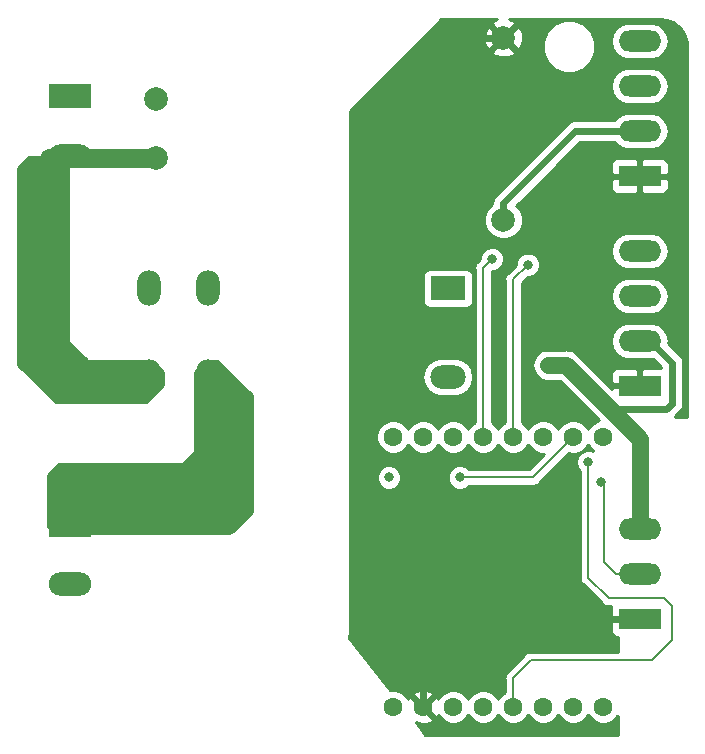
<source format=gbl>
G04 #@! TF.GenerationSoftware,KiCad,Pcbnew,(5.0.0-rc2-dev-158-g52ab6216c)*
G04 #@! TF.CreationDate,2018-04-10T03:25:42+02:00*
G04 #@! TF.ProjectId,power_monitor,706F7765725F6D6F6E69746F722E6B69,rev?*
G04 #@! TF.SameCoordinates,Original*
G04 #@! TF.FileFunction,Copper,L2,Bot,Signal*
G04 #@! TF.FilePolarity,Positive*
%FSLAX46Y46*%
G04 Gerber Fmt 4.6, Leading zero omitted, Abs format (unit mm)*
G04 Created by KiCad (PCBNEW (5.0.0-rc2-dev-158-g52ab6216c)) date 04/10/18 03:25:42*
%MOMM*%
%LPD*%
G01*
G04 APERTURE LIST*
%ADD10C,2.000000*%
%ADD11R,3.000000X2.000000*%
%ADD12O,3.000000X2.000000*%
%ADD13O,2.000000X3.000000*%
%ADD14C,1.600000*%
%ADD15R,3.600000X1.800000*%
%ADD16O,3.600000X1.800000*%
%ADD17R,3.600000X2.000000*%
%ADD18O,3.600000X2.000000*%
%ADD19C,0.800000*%
%ADD20C,1.400000*%
%ADD21C,0.600000*%
%ADD22C,0.200000*%
%ADD23C,1.600000*%
%ADD24C,0.254000*%
G04 APERTURE END LIST*
D10*
X56300000Y-43500000D03*
X56300000Y-48500000D03*
X85700000Y-38300000D03*
X85700000Y-53700000D03*
D11*
X81000000Y-59500000D03*
D12*
X81000000Y-67000000D03*
D13*
X60700000Y-59500000D03*
X55660000Y-67000000D03*
X60700000Y-67000000D03*
X55660000Y-59500000D03*
D14*
X94140000Y-94930000D03*
X91600000Y-94930000D03*
X89060000Y-94930000D03*
X86520000Y-94930000D03*
X83980000Y-94930000D03*
X81440000Y-94930000D03*
X78900000Y-94930000D03*
X76360000Y-94930000D03*
X76360000Y-72070000D03*
X78900000Y-72070000D03*
X81440000Y-72070000D03*
X83980000Y-72070000D03*
X86520000Y-72070000D03*
X89060000Y-72070000D03*
X91600000Y-72070000D03*
X94140000Y-72070000D03*
D15*
X97250000Y-67750000D03*
D16*
X97250000Y-63940000D03*
X97250000Y-60130000D03*
X97250000Y-56320000D03*
X97250000Y-38570000D03*
X97250000Y-42380000D03*
X97250000Y-46190000D03*
D15*
X97250000Y-50000000D03*
X97250000Y-87500000D03*
D16*
X97250000Y-83690000D03*
X97250000Y-79880000D03*
D17*
X49000000Y-43250000D03*
D18*
X49000000Y-48250000D03*
X49000000Y-84500000D03*
D17*
X49000000Y-79500000D03*
D19*
X89500000Y-66000000D03*
X74750000Y-82500000D03*
X78250000Y-77000000D03*
X94250000Y-55500000D03*
X79000000Y-92500000D03*
X82750000Y-92500000D03*
X82000000Y-75500000D03*
X92900000Y-74200000D03*
X84750000Y-57000000D03*
X87750000Y-57500000D03*
X94000000Y-75900000D03*
X76000000Y-75500000D03*
D20*
X89500000Y-66000000D02*
X91000000Y-66000000D01*
X91000000Y-66000000D02*
X91400000Y-66400000D01*
X91400000Y-66400000D02*
X97250000Y-72250000D01*
X97250000Y-72250000D02*
X97250000Y-79880000D01*
D21*
X94750000Y-69750000D02*
X91400000Y-66400000D01*
X85700000Y-53700000D02*
X85700000Y-52285787D01*
X85700000Y-52285787D02*
X91795787Y-46190000D01*
X91795787Y-46190000D02*
X94850000Y-46190000D01*
X94850000Y-46190000D02*
X97250000Y-46190000D01*
X93000000Y-68000000D02*
X94750000Y-69750000D01*
X100000000Y-69250000D02*
X100000000Y-65790000D01*
X100000000Y-65790000D02*
X98150000Y-63940000D01*
X98150000Y-63940000D02*
X97250000Y-63940000D01*
X99500000Y-69750000D02*
X100000000Y-69250000D01*
X94750000Y-69750000D02*
X99500000Y-69750000D01*
X73750000Y-77000000D02*
X73750000Y-64750000D01*
X73750000Y-82500000D02*
X73750000Y-84750000D01*
X73750000Y-77000000D02*
X73750000Y-82500000D01*
X74750000Y-82500000D02*
X73750000Y-82500000D01*
X73750000Y-84750000D02*
X75500000Y-86500000D01*
D22*
X78250000Y-77000000D02*
X73750000Y-77000000D01*
D21*
X78900000Y-89900000D02*
X75500000Y-86500000D01*
X97250000Y-87500000D02*
X76500000Y-87500000D01*
X76500000Y-87500000D02*
X75500000Y-86500000D01*
X97250000Y-87500000D02*
X91000000Y-87500000D01*
X73750000Y-55750000D02*
X73750000Y-64750000D01*
X73750000Y-50700000D02*
X73750000Y-55750000D01*
X94250000Y-55500000D02*
X74000000Y-55500000D01*
X74000000Y-55500000D02*
X73750000Y-55750000D01*
X73750000Y-46500000D02*
X73750000Y-50700000D01*
X85700000Y-38300000D02*
X81950000Y-38300000D01*
X81950000Y-38300000D02*
X73750000Y-46500000D01*
X78900000Y-94930000D02*
X78900000Y-89900000D01*
D23*
X49750000Y-67000000D02*
X47250000Y-64500000D01*
X47250000Y-64500000D02*
X47250000Y-61190000D01*
X55660000Y-67000000D02*
X49750000Y-67000000D01*
X47250000Y-48500000D02*
X47250000Y-61190000D01*
X49500000Y-48500000D02*
X56300000Y-48500000D01*
X47250000Y-48500000D02*
X49500000Y-48500000D01*
X55660000Y-67000000D02*
X53060000Y-67000000D01*
X62400000Y-79500000D02*
X63300000Y-78600000D01*
X62000000Y-79500000D02*
X62400000Y-79500000D01*
X48000000Y-79500000D02*
X62000000Y-79500000D01*
D22*
X88170000Y-75500000D02*
X82000000Y-75500000D01*
X91600000Y-72070000D02*
X88170000Y-75500000D01*
X100000000Y-89250000D02*
X98250000Y-91000000D01*
X100000000Y-86400000D02*
X100000000Y-89250000D01*
X99300000Y-85700000D02*
X100000000Y-86400000D01*
X94600000Y-85700000D02*
X99300000Y-85700000D01*
X92900000Y-84000000D02*
X94600000Y-85700000D01*
X92900000Y-74200000D02*
X92900000Y-84000000D01*
X88000000Y-91000000D02*
X86520000Y-92480000D01*
X98250000Y-91000000D02*
X88000000Y-91000000D01*
X86520000Y-92480000D02*
X86520000Y-94930000D01*
X83980000Y-61000000D02*
X83980000Y-60770000D01*
X83980000Y-72070000D02*
X83980000Y-61000000D01*
X83980000Y-61000000D02*
X83980000Y-57770000D01*
X83980000Y-57770000D02*
X84750000Y-57000000D01*
X86520000Y-58730000D02*
X87750000Y-57500000D01*
X86520000Y-59730000D02*
X86520000Y-58730000D01*
X86520000Y-72070000D02*
X86520000Y-59730000D01*
X94200000Y-82640000D02*
X94200000Y-76100000D01*
X94200000Y-76100000D02*
X94000000Y-75900000D01*
X97250000Y-83690000D02*
X95250000Y-83690000D01*
X95250000Y-83690000D02*
X94200000Y-82640000D01*
D24*
G36*
X64373000Y-68552606D02*
X64373000Y-78447394D01*
X62887676Y-79932718D01*
X62622058Y-79822696D01*
X62239375Y-79746576D01*
X62239371Y-79746576D01*
X62120847Y-79723000D01*
X47127000Y-79723000D01*
X47127000Y-75302606D01*
X48052606Y-74377000D01*
X58500000Y-74377000D01*
X58548601Y-74367333D01*
X58589803Y-74339803D01*
X59589803Y-73339803D01*
X59617333Y-73298601D01*
X59627000Y-73250000D01*
X59627000Y-66552606D01*
X60552606Y-65627000D01*
X61447394Y-65627000D01*
X64373000Y-68552606D01*
X64373000Y-68552606D01*
G37*
X64373000Y-68552606D02*
X64373000Y-78447394D01*
X62887676Y-79932718D01*
X62622058Y-79822696D01*
X62239375Y-79746576D01*
X62239371Y-79746576D01*
X62120847Y-79723000D01*
X47127000Y-79723000D01*
X47127000Y-75302606D01*
X48052606Y-74377000D01*
X58500000Y-74377000D01*
X58548601Y-74367333D01*
X58589803Y-74339803D01*
X59589803Y-73339803D01*
X59617333Y-73298601D01*
X59627000Y-73250000D01*
X59627000Y-66552606D01*
X60552606Y-65627000D01*
X61447394Y-65627000D01*
X64373000Y-68552606D01*
G36*
X48873000Y-64000000D02*
X48882667Y-64048601D01*
X48910197Y-64089803D01*
X50410197Y-65589803D01*
X50451399Y-65617333D01*
X50500000Y-65627000D01*
X55947394Y-65627000D01*
X56873000Y-66552606D01*
X56873000Y-67697394D01*
X55447394Y-69123000D01*
X47802606Y-69123000D01*
X44627000Y-65947394D01*
X44627000Y-49302606D01*
X45552606Y-48377000D01*
X48873000Y-48377000D01*
X48873000Y-64000000D01*
X48873000Y-64000000D01*
G37*
X48873000Y-64000000D02*
X48882667Y-64048601D01*
X48910197Y-64089803D01*
X50410197Y-65589803D01*
X50451399Y-65617333D01*
X50500000Y-65627000D01*
X55947394Y-65627000D01*
X56873000Y-66552606D01*
X56873000Y-67697394D01*
X55447394Y-69123000D01*
X47802606Y-69123000D01*
X44627000Y-65947394D01*
X44627000Y-49302606D01*
X45552606Y-48377000D01*
X48873000Y-48377000D01*
X48873000Y-64000000D01*
G36*
X84825736Y-36880613D02*
X84727073Y-37147468D01*
X85700000Y-38120395D01*
X86672927Y-37147468D01*
X86574264Y-36880613D01*
X86160785Y-36727000D01*
X98957762Y-36727000D01*
X99521772Y-36792757D01*
X100015548Y-36971989D01*
X100454856Y-37260012D01*
X100816118Y-37641368D01*
X101079961Y-38095606D01*
X101235115Y-38607886D01*
X101273000Y-39032379D01*
X101273001Y-70373000D01*
X100198618Y-70373000D01*
X100220051Y-70340924D01*
X100590925Y-69970050D01*
X100668330Y-69918330D01*
X100873215Y-69611697D01*
X100927000Y-69341302D01*
X100927000Y-69341301D01*
X100945161Y-69250000D01*
X100927000Y-69158699D01*
X100927000Y-65881300D01*
X100945161Y-65789999D01*
X100923271Y-65679952D01*
X100873215Y-65428303D01*
X100668330Y-65121670D01*
X100590927Y-65069951D01*
X99666111Y-64145136D01*
X99706915Y-63940000D01*
X99588402Y-63344194D01*
X99250905Y-62839095D01*
X98745806Y-62501598D01*
X98300393Y-62413000D01*
X96199607Y-62413000D01*
X95754194Y-62501598D01*
X95249095Y-62839095D01*
X94911598Y-63344194D01*
X94793085Y-63940000D01*
X94911598Y-64535806D01*
X95249095Y-65040905D01*
X95754194Y-65378402D01*
X96199607Y-65467000D01*
X98300393Y-65467000D01*
X98355136Y-65456111D01*
X99073001Y-66173977D01*
X99073001Y-66215000D01*
X97535750Y-66215000D01*
X97377000Y-66373750D01*
X97377000Y-67623000D01*
X97397000Y-67623000D01*
X97397000Y-67877000D01*
X97377000Y-67877000D01*
X97377000Y-67897000D01*
X97123000Y-67897000D01*
X97123000Y-67877000D01*
X94973750Y-67877000D01*
X94863705Y-67987045D01*
X93600351Y-66723691D01*
X94815000Y-66723691D01*
X94815000Y-67464250D01*
X94973750Y-67623000D01*
X97123000Y-67623000D01*
X97123000Y-66373750D01*
X96964250Y-66215000D01*
X95323690Y-66215000D01*
X95090301Y-66311673D01*
X94911673Y-66490302D01*
X94815000Y-66723691D01*
X93600351Y-66723691D01*
X92030748Y-65154088D01*
X91956713Y-65043287D01*
X91517770Y-64749994D01*
X91130696Y-64673000D01*
X91130692Y-64673000D01*
X91000000Y-64647004D01*
X90869308Y-64673000D01*
X89369304Y-64673000D01*
X88982230Y-64749994D01*
X88543287Y-65043287D01*
X88249994Y-65482230D01*
X88147003Y-66000000D01*
X88249994Y-66517770D01*
X88543287Y-66956713D01*
X88982230Y-67250006D01*
X89369304Y-67327000D01*
X90450340Y-67327000D01*
X93792645Y-70669305D01*
X93331669Y-70860247D01*
X92930247Y-71261669D01*
X92870000Y-71407119D01*
X92809753Y-71261669D01*
X92408331Y-70860247D01*
X91883848Y-70643000D01*
X91316152Y-70643000D01*
X90791669Y-70860247D01*
X90390247Y-71261669D01*
X90330000Y-71407119D01*
X90269753Y-71261669D01*
X89868331Y-70860247D01*
X89343848Y-70643000D01*
X88776152Y-70643000D01*
X88251669Y-70860247D01*
X87850247Y-71261669D01*
X87790000Y-71407119D01*
X87729753Y-71261669D01*
X87328331Y-70860247D01*
X87247000Y-70826559D01*
X87247000Y-60130000D01*
X94793085Y-60130000D01*
X94911598Y-60725806D01*
X95249095Y-61230905D01*
X95754194Y-61568402D01*
X96199607Y-61657000D01*
X98300393Y-61657000D01*
X98745806Y-61568402D01*
X99250905Y-61230905D01*
X99588402Y-60725806D01*
X99706915Y-60130000D01*
X99588402Y-59534194D01*
X99250905Y-59029095D01*
X98745806Y-58691598D01*
X98300393Y-58603000D01*
X96199607Y-58603000D01*
X95754194Y-58691598D01*
X95249095Y-59029095D01*
X94911598Y-59534194D01*
X94793085Y-60130000D01*
X87247000Y-60130000D01*
X87247000Y-59031132D01*
X87751133Y-58527000D01*
X87954283Y-58527000D01*
X88331749Y-58370648D01*
X88620648Y-58081749D01*
X88777000Y-57704283D01*
X88777000Y-57295717D01*
X88620648Y-56918251D01*
X88331749Y-56629352D01*
X87954283Y-56473000D01*
X87545717Y-56473000D01*
X87168251Y-56629352D01*
X86879352Y-56918251D01*
X86723000Y-57295717D01*
X86723000Y-57498867D01*
X86056562Y-58165306D01*
X85995864Y-58205863D01*
X85955307Y-58266561D01*
X85955306Y-58266562D01*
X85835182Y-58446340D01*
X85778759Y-58730000D01*
X85793001Y-58801599D01*
X85793000Y-59801598D01*
X85793001Y-59801603D01*
X85793000Y-70826559D01*
X85711669Y-70860247D01*
X85310247Y-71261669D01*
X85250000Y-71407119D01*
X85189753Y-71261669D01*
X84788331Y-70860247D01*
X84707000Y-70826559D01*
X84707000Y-58071132D01*
X84751132Y-58027000D01*
X84954283Y-58027000D01*
X85331749Y-57870648D01*
X85620648Y-57581749D01*
X85777000Y-57204283D01*
X85777000Y-56795717D01*
X85620648Y-56418251D01*
X85522397Y-56320000D01*
X94793085Y-56320000D01*
X94911598Y-56915806D01*
X95249095Y-57420905D01*
X95754194Y-57758402D01*
X96199607Y-57847000D01*
X98300393Y-57847000D01*
X98745806Y-57758402D01*
X99250905Y-57420905D01*
X99588402Y-56915806D01*
X99706915Y-56320000D01*
X99588402Y-55724194D01*
X99250905Y-55219095D01*
X98745806Y-54881598D01*
X98300393Y-54793000D01*
X96199607Y-54793000D01*
X95754194Y-54881598D01*
X95249095Y-55219095D01*
X94911598Y-55724194D01*
X94793085Y-56320000D01*
X85522397Y-56320000D01*
X85331749Y-56129352D01*
X84954283Y-55973000D01*
X84545717Y-55973000D01*
X84168251Y-56129352D01*
X83879352Y-56418251D01*
X83723000Y-56795717D01*
X83723000Y-56998868D01*
X83516562Y-57205306D01*
X83455864Y-57245863D01*
X83415307Y-57306561D01*
X83415306Y-57306562D01*
X83295182Y-57486340D01*
X83238759Y-57770000D01*
X83253001Y-57841600D01*
X83253000Y-61071598D01*
X83253001Y-61071603D01*
X83253000Y-70826559D01*
X83171669Y-70860247D01*
X82770247Y-71261669D01*
X82710000Y-71407119D01*
X82649753Y-71261669D01*
X82248331Y-70860247D01*
X81723848Y-70643000D01*
X81156152Y-70643000D01*
X80631669Y-70860247D01*
X80230247Y-71261669D01*
X80170000Y-71407119D01*
X80109753Y-71261669D01*
X79708331Y-70860247D01*
X79183848Y-70643000D01*
X78616152Y-70643000D01*
X78091669Y-70860247D01*
X77690247Y-71261669D01*
X77630000Y-71407119D01*
X77569753Y-71261669D01*
X77168331Y-70860247D01*
X76643848Y-70643000D01*
X76076152Y-70643000D01*
X75551669Y-70860247D01*
X75150247Y-71261669D01*
X74933000Y-71786152D01*
X74933000Y-72353848D01*
X75150247Y-72878331D01*
X75551669Y-73279753D01*
X76076152Y-73497000D01*
X76643848Y-73497000D01*
X77168331Y-73279753D01*
X77569753Y-72878331D01*
X77630000Y-72732881D01*
X77690247Y-72878331D01*
X78091669Y-73279753D01*
X78616152Y-73497000D01*
X79183848Y-73497000D01*
X79708331Y-73279753D01*
X80109753Y-72878331D01*
X80170000Y-72732881D01*
X80230247Y-72878331D01*
X80631669Y-73279753D01*
X81156152Y-73497000D01*
X81723848Y-73497000D01*
X82248331Y-73279753D01*
X82649753Y-72878331D01*
X82710000Y-72732881D01*
X82770247Y-72878331D01*
X83171669Y-73279753D01*
X83696152Y-73497000D01*
X84263848Y-73497000D01*
X84788331Y-73279753D01*
X85189753Y-72878331D01*
X85250000Y-72732881D01*
X85310247Y-72878331D01*
X85711669Y-73279753D01*
X86236152Y-73497000D01*
X86803848Y-73497000D01*
X87328331Y-73279753D01*
X87729753Y-72878331D01*
X87790000Y-72732881D01*
X87850247Y-72878331D01*
X88251669Y-73279753D01*
X88776152Y-73497000D01*
X89144867Y-73497000D01*
X87868868Y-74773000D01*
X82725397Y-74773000D01*
X82581749Y-74629352D01*
X82204283Y-74473000D01*
X81795717Y-74473000D01*
X81418251Y-74629352D01*
X81129352Y-74918251D01*
X80973000Y-75295717D01*
X80973000Y-75704283D01*
X81129352Y-76081749D01*
X81418251Y-76370648D01*
X81795717Y-76527000D01*
X82204283Y-76527000D01*
X82581749Y-76370648D01*
X82725397Y-76227000D01*
X88098405Y-76227000D01*
X88170000Y-76241241D01*
X88241595Y-76227000D01*
X88241599Y-76227000D01*
X88453661Y-76184818D01*
X88694137Y-76024137D01*
X88734696Y-75963436D01*
X91234822Y-73463312D01*
X91316152Y-73497000D01*
X91883848Y-73497000D01*
X92408331Y-73279753D01*
X92809753Y-72878331D01*
X92870000Y-72732881D01*
X92930247Y-72878331D01*
X93310217Y-73258301D01*
X93104283Y-73173000D01*
X92695717Y-73173000D01*
X92318251Y-73329352D01*
X92029352Y-73618251D01*
X91873000Y-73995717D01*
X91873000Y-74404283D01*
X92029352Y-74781749D01*
X92173000Y-74925397D01*
X92173001Y-83928400D01*
X92158759Y-84000000D01*
X92215182Y-84283660D01*
X92276092Y-84374818D01*
X92375864Y-84524137D01*
X92436562Y-84564694D01*
X94035306Y-86163438D01*
X94075863Y-86224137D01*
X94316339Y-86384818D01*
X94528401Y-86427000D01*
X94528404Y-86427000D01*
X94599999Y-86441241D01*
X94671594Y-86427000D01*
X94834340Y-86427000D01*
X94815000Y-86473691D01*
X94815000Y-87214250D01*
X94973750Y-87373000D01*
X95373000Y-87373000D01*
X95373000Y-87627000D01*
X94973750Y-87627000D01*
X94815000Y-87785750D01*
X94815000Y-88526309D01*
X94911673Y-88759698D01*
X95090301Y-88938327D01*
X95323690Y-89035000D01*
X95373000Y-89035000D01*
X95373000Y-90273000D01*
X88071594Y-90273000D01*
X87999999Y-90258759D01*
X87928404Y-90273000D01*
X87928401Y-90273000D01*
X87716339Y-90315182D01*
X87475863Y-90475863D01*
X87435305Y-90536562D01*
X86056562Y-91915306D01*
X85995863Y-91955864D01*
X85835182Y-92196340D01*
X85793000Y-92408402D01*
X85793000Y-92408405D01*
X85778759Y-92480000D01*
X85793000Y-92551595D01*
X85793000Y-93686559D01*
X85711669Y-93720247D01*
X85310247Y-94121669D01*
X85250000Y-94267119D01*
X85189753Y-94121669D01*
X84788331Y-93720247D01*
X84263848Y-93503000D01*
X83696152Y-93503000D01*
X83171669Y-93720247D01*
X82770247Y-94121669D01*
X82710000Y-94267119D01*
X82649753Y-94121669D01*
X82248331Y-93720247D01*
X81723848Y-93503000D01*
X81156152Y-93503000D01*
X80631669Y-93720247D01*
X80230247Y-94121669D01*
X80180804Y-94241035D01*
X80153864Y-94175995D01*
X79907745Y-94101861D01*
X79079605Y-94930000D01*
X79907745Y-95758139D01*
X80153864Y-95684005D01*
X80178897Y-95614361D01*
X80230247Y-95738331D01*
X80631669Y-96139753D01*
X81156152Y-96357000D01*
X81723848Y-96357000D01*
X82248331Y-96139753D01*
X82649753Y-95738331D01*
X82710000Y-95592881D01*
X82770247Y-95738331D01*
X83171669Y-96139753D01*
X83696152Y-96357000D01*
X84263848Y-96357000D01*
X84788331Y-96139753D01*
X85189753Y-95738331D01*
X85250000Y-95592881D01*
X85310247Y-95738331D01*
X85711669Y-96139753D01*
X86236152Y-96357000D01*
X86803848Y-96357000D01*
X87328331Y-96139753D01*
X87729753Y-95738331D01*
X87790000Y-95592881D01*
X87850247Y-95738331D01*
X88251669Y-96139753D01*
X88776152Y-96357000D01*
X89343848Y-96357000D01*
X89868331Y-96139753D01*
X90269753Y-95738331D01*
X90330000Y-95592881D01*
X90390247Y-95738331D01*
X90791669Y-96139753D01*
X91316152Y-96357000D01*
X91883848Y-96357000D01*
X92408331Y-96139753D01*
X92809753Y-95738331D01*
X92870000Y-95592881D01*
X92930247Y-95738331D01*
X93331669Y-96139753D01*
X93856152Y-96357000D01*
X94423848Y-96357000D01*
X94948331Y-96139753D01*
X95349753Y-95738331D01*
X95373000Y-95682208D01*
X95373000Y-97273000D01*
X79087860Y-97273000D01*
X78260512Y-96225026D01*
X78683223Y-96376965D01*
X79253454Y-96349778D01*
X79654005Y-96183864D01*
X79728139Y-95937745D01*
X78900000Y-95109605D01*
X78885858Y-95123748D01*
X78706252Y-94944142D01*
X78720395Y-94930000D01*
X77892255Y-94101861D01*
X77646136Y-94175995D01*
X77621103Y-94245639D01*
X77569753Y-94121669D01*
X77370339Y-93922255D01*
X78071861Y-93922255D01*
X78900000Y-94750395D01*
X79728139Y-93922255D01*
X79654005Y-93676136D01*
X79116777Y-93483035D01*
X78546546Y-93510222D01*
X78145995Y-93676136D01*
X78071861Y-93922255D01*
X77370339Y-93922255D01*
X77168331Y-93720247D01*
X76643848Y-93503000D01*
X76111544Y-93503000D01*
X72615915Y-89075202D01*
X72636911Y-89024513D01*
X72713031Y-88641830D01*
X72713031Y-88641825D01*
X72727000Y-88571599D01*
X72727000Y-75295717D01*
X74973000Y-75295717D01*
X74973000Y-75704283D01*
X75129352Y-76081749D01*
X75418251Y-76370648D01*
X75795717Y-76527000D01*
X76204283Y-76527000D01*
X76581749Y-76370648D01*
X76870648Y-76081749D01*
X77027000Y-75704283D01*
X77027000Y-75295717D01*
X76870648Y-74918251D01*
X76581749Y-74629352D01*
X76204283Y-74473000D01*
X75795717Y-74473000D01*
X75418251Y-74629352D01*
X75129352Y-74918251D01*
X74973000Y-75295717D01*
X72727000Y-75295717D01*
X72727000Y-67000000D01*
X78841126Y-67000000D01*
X78967400Y-67634824D01*
X79326999Y-68173001D01*
X79865176Y-68532600D01*
X80339758Y-68627000D01*
X81660242Y-68627000D01*
X82134824Y-68532600D01*
X82673001Y-68173001D01*
X83032600Y-67634824D01*
X83158874Y-67000000D01*
X83032600Y-66365176D01*
X82673001Y-65826999D01*
X82134824Y-65467400D01*
X81660242Y-65373000D01*
X80339758Y-65373000D01*
X79865176Y-65467400D01*
X79326999Y-65826999D01*
X78967400Y-66365176D01*
X78841126Y-67000000D01*
X72727000Y-67000000D01*
X72727000Y-58500000D01*
X78860717Y-58500000D01*
X78860717Y-60500000D01*
X78909380Y-60744643D01*
X79047959Y-60952041D01*
X79255357Y-61090620D01*
X79500000Y-61139283D01*
X82500000Y-61139283D01*
X82744643Y-61090620D01*
X82952041Y-60952041D01*
X83090620Y-60744643D01*
X83139283Y-60500000D01*
X83139283Y-58500000D01*
X83090620Y-58255357D01*
X82952041Y-58047959D01*
X82744643Y-57909380D01*
X82500000Y-57860717D01*
X79500000Y-57860717D01*
X79255357Y-57909380D01*
X79047959Y-58047959D01*
X78909380Y-58255357D01*
X78860717Y-58500000D01*
X72727000Y-58500000D01*
X72727000Y-53376370D01*
X84073000Y-53376370D01*
X84073000Y-54023630D01*
X84320696Y-54621622D01*
X84778378Y-55079304D01*
X85376370Y-55327000D01*
X86023630Y-55327000D01*
X86621622Y-55079304D01*
X87079304Y-54621622D01*
X87327000Y-54023630D01*
X87327000Y-53376370D01*
X87079304Y-52778378D01*
X86798844Y-52497918D01*
X89011012Y-50285750D01*
X94815000Y-50285750D01*
X94815000Y-51026309D01*
X94911673Y-51259698D01*
X95090301Y-51438327D01*
X95323690Y-51535000D01*
X96964250Y-51535000D01*
X97123000Y-51376250D01*
X97123000Y-50127000D01*
X97377000Y-50127000D01*
X97377000Y-51376250D01*
X97535750Y-51535000D01*
X99176310Y-51535000D01*
X99409699Y-51438327D01*
X99588327Y-51259698D01*
X99685000Y-51026309D01*
X99685000Y-50285750D01*
X99526250Y-50127000D01*
X97377000Y-50127000D01*
X97123000Y-50127000D01*
X94973750Y-50127000D01*
X94815000Y-50285750D01*
X89011012Y-50285750D01*
X90323071Y-48973691D01*
X94815000Y-48973691D01*
X94815000Y-49714250D01*
X94973750Y-49873000D01*
X97123000Y-49873000D01*
X97123000Y-48623750D01*
X97377000Y-48623750D01*
X97377000Y-49873000D01*
X99526250Y-49873000D01*
X99685000Y-49714250D01*
X99685000Y-48973691D01*
X99588327Y-48740302D01*
X99409699Y-48561673D01*
X99176310Y-48465000D01*
X97535750Y-48465000D01*
X97377000Y-48623750D01*
X97123000Y-48623750D01*
X96964250Y-48465000D01*
X95323690Y-48465000D01*
X95090301Y-48561673D01*
X94911673Y-48740302D01*
X94815000Y-48973691D01*
X90323071Y-48973691D01*
X92179763Y-47117000D01*
X95132895Y-47117000D01*
X95249095Y-47290905D01*
X95754194Y-47628402D01*
X96199607Y-47717000D01*
X98300393Y-47717000D01*
X98745806Y-47628402D01*
X99250905Y-47290905D01*
X99588402Y-46785806D01*
X99706915Y-46190000D01*
X99588402Y-45594194D01*
X99250905Y-45089095D01*
X98745806Y-44751598D01*
X98300393Y-44663000D01*
X96199607Y-44663000D01*
X95754194Y-44751598D01*
X95249095Y-45089095D01*
X95132895Y-45263000D01*
X91887088Y-45263000D01*
X91795787Y-45244839D01*
X91704486Y-45263000D01*
X91704485Y-45263000D01*
X91434090Y-45316785D01*
X91127457Y-45521670D01*
X91075738Y-45599073D01*
X85109074Y-51565738D01*
X85031671Y-51617457D01*
X84979952Y-51694860D01*
X84826786Y-51924090D01*
X84754839Y-52285787D01*
X84764536Y-52334538D01*
X84320696Y-52778378D01*
X84073000Y-53376370D01*
X72727000Y-53376370D01*
X72727000Y-44452606D01*
X74799606Y-42380000D01*
X94793085Y-42380000D01*
X94911598Y-42975806D01*
X95249095Y-43480905D01*
X95754194Y-43818402D01*
X96199607Y-43907000D01*
X98300393Y-43907000D01*
X98745806Y-43818402D01*
X99250905Y-43480905D01*
X99588402Y-42975806D01*
X99706915Y-42380000D01*
X99588402Y-41784194D01*
X99250905Y-41279095D01*
X98745806Y-40941598D01*
X98300393Y-40853000D01*
X96199607Y-40853000D01*
X95754194Y-40941598D01*
X95249095Y-41279095D01*
X94911598Y-41784194D01*
X94793085Y-42380000D01*
X74799606Y-42380000D01*
X77727074Y-39452532D01*
X84727073Y-39452532D01*
X84825736Y-39719387D01*
X85435461Y-39945908D01*
X86085460Y-39921856D01*
X86574264Y-39719387D01*
X86672927Y-39452532D01*
X85700000Y-38479605D01*
X84727073Y-39452532D01*
X77727074Y-39452532D01*
X79144145Y-38035461D01*
X84054092Y-38035461D01*
X84078144Y-38685460D01*
X84280613Y-39174264D01*
X84547468Y-39272927D01*
X85520395Y-38300000D01*
X85879605Y-38300000D01*
X86852532Y-39272927D01*
X87119387Y-39174264D01*
X87345908Y-38564539D01*
X87345630Y-38557022D01*
X89023000Y-38557022D01*
X89023000Y-39442978D01*
X89362040Y-40261494D01*
X89988506Y-40887960D01*
X90807022Y-41227000D01*
X91692978Y-41227000D01*
X92511494Y-40887960D01*
X93137960Y-40261494D01*
X93477000Y-39442978D01*
X93477000Y-38570000D01*
X94793085Y-38570000D01*
X94911598Y-39165806D01*
X95249095Y-39670905D01*
X95754194Y-40008402D01*
X96199607Y-40097000D01*
X98300393Y-40097000D01*
X98745806Y-40008402D01*
X99250905Y-39670905D01*
X99588402Y-39165806D01*
X99706915Y-38570000D01*
X99588402Y-37974194D01*
X99250905Y-37469095D01*
X98745806Y-37131598D01*
X98300393Y-37043000D01*
X96199607Y-37043000D01*
X95754194Y-37131598D01*
X95249095Y-37469095D01*
X94911598Y-37974194D01*
X94793085Y-38570000D01*
X93477000Y-38570000D01*
X93477000Y-38557022D01*
X93137960Y-37738506D01*
X92511494Y-37112040D01*
X91692978Y-36773000D01*
X90807022Y-36773000D01*
X89988506Y-37112040D01*
X89362040Y-37738506D01*
X89023000Y-38557022D01*
X87345630Y-38557022D01*
X87321856Y-37914540D01*
X87119387Y-37425736D01*
X86852532Y-37327073D01*
X85879605Y-38300000D01*
X85520395Y-38300000D01*
X84547468Y-37327073D01*
X84280613Y-37425736D01*
X84054092Y-38035461D01*
X79144145Y-38035461D01*
X80452606Y-36727000D01*
X85196591Y-36727000D01*
X84825736Y-36880613D01*
X84825736Y-36880613D01*
G37*
X84825736Y-36880613D02*
X84727073Y-37147468D01*
X85700000Y-38120395D01*
X86672927Y-37147468D01*
X86574264Y-36880613D01*
X86160785Y-36727000D01*
X98957762Y-36727000D01*
X99521772Y-36792757D01*
X100015548Y-36971989D01*
X100454856Y-37260012D01*
X100816118Y-37641368D01*
X101079961Y-38095606D01*
X101235115Y-38607886D01*
X101273000Y-39032379D01*
X101273001Y-70373000D01*
X100198618Y-70373000D01*
X100220051Y-70340924D01*
X100590925Y-69970050D01*
X100668330Y-69918330D01*
X100873215Y-69611697D01*
X100927000Y-69341302D01*
X100927000Y-69341301D01*
X100945161Y-69250000D01*
X100927000Y-69158699D01*
X100927000Y-65881300D01*
X100945161Y-65789999D01*
X100923271Y-65679952D01*
X100873215Y-65428303D01*
X100668330Y-65121670D01*
X100590927Y-65069951D01*
X99666111Y-64145136D01*
X99706915Y-63940000D01*
X99588402Y-63344194D01*
X99250905Y-62839095D01*
X98745806Y-62501598D01*
X98300393Y-62413000D01*
X96199607Y-62413000D01*
X95754194Y-62501598D01*
X95249095Y-62839095D01*
X94911598Y-63344194D01*
X94793085Y-63940000D01*
X94911598Y-64535806D01*
X95249095Y-65040905D01*
X95754194Y-65378402D01*
X96199607Y-65467000D01*
X98300393Y-65467000D01*
X98355136Y-65456111D01*
X99073001Y-66173977D01*
X99073001Y-66215000D01*
X97535750Y-66215000D01*
X97377000Y-66373750D01*
X97377000Y-67623000D01*
X97397000Y-67623000D01*
X97397000Y-67877000D01*
X97377000Y-67877000D01*
X97377000Y-67897000D01*
X97123000Y-67897000D01*
X97123000Y-67877000D01*
X94973750Y-67877000D01*
X94863705Y-67987045D01*
X93600351Y-66723691D01*
X94815000Y-66723691D01*
X94815000Y-67464250D01*
X94973750Y-67623000D01*
X97123000Y-67623000D01*
X97123000Y-66373750D01*
X96964250Y-66215000D01*
X95323690Y-66215000D01*
X95090301Y-66311673D01*
X94911673Y-66490302D01*
X94815000Y-66723691D01*
X93600351Y-66723691D01*
X92030748Y-65154088D01*
X91956713Y-65043287D01*
X91517770Y-64749994D01*
X91130696Y-64673000D01*
X91130692Y-64673000D01*
X91000000Y-64647004D01*
X90869308Y-64673000D01*
X89369304Y-64673000D01*
X88982230Y-64749994D01*
X88543287Y-65043287D01*
X88249994Y-65482230D01*
X88147003Y-66000000D01*
X88249994Y-66517770D01*
X88543287Y-66956713D01*
X88982230Y-67250006D01*
X89369304Y-67327000D01*
X90450340Y-67327000D01*
X93792645Y-70669305D01*
X93331669Y-70860247D01*
X92930247Y-71261669D01*
X92870000Y-71407119D01*
X92809753Y-71261669D01*
X92408331Y-70860247D01*
X91883848Y-70643000D01*
X91316152Y-70643000D01*
X90791669Y-70860247D01*
X90390247Y-71261669D01*
X90330000Y-71407119D01*
X90269753Y-71261669D01*
X89868331Y-70860247D01*
X89343848Y-70643000D01*
X88776152Y-70643000D01*
X88251669Y-70860247D01*
X87850247Y-71261669D01*
X87790000Y-71407119D01*
X87729753Y-71261669D01*
X87328331Y-70860247D01*
X87247000Y-70826559D01*
X87247000Y-60130000D01*
X94793085Y-60130000D01*
X94911598Y-60725806D01*
X95249095Y-61230905D01*
X95754194Y-61568402D01*
X96199607Y-61657000D01*
X98300393Y-61657000D01*
X98745806Y-61568402D01*
X99250905Y-61230905D01*
X99588402Y-60725806D01*
X99706915Y-60130000D01*
X99588402Y-59534194D01*
X99250905Y-59029095D01*
X98745806Y-58691598D01*
X98300393Y-58603000D01*
X96199607Y-58603000D01*
X95754194Y-58691598D01*
X95249095Y-59029095D01*
X94911598Y-59534194D01*
X94793085Y-60130000D01*
X87247000Y-60130000D01*
X87247000Y-59031132D01*
X87751133Y-58527000D01*
X87954283Y-58527000D01*
X88331749Y-58370648D01*
X88620648Y-58081749D01*
X88777000Y-57704283D01*
X88777000Y-57295717D01*
X88620648Y-56918251D01*
X88331749Y-56629352D01*
X87954283Y-56473000D01*
X87545717Y-56473000D01*
X87168251Y-56629352D01*
X86879352Y-56918251D01*
X86723000Y-57295717D01*
X86723000Y-57498867D01*
X86056562Y-58165306D01*
X85995864Y-58205863D01*
X85955307Y-58266561D01*
X85955306Y-58266562D01*
X85835182Y-58446340D01*
X85778759Y-58730000D01*
X85793001Y-58801599D01*
X85793000Y-59801598D01*
X85793001Y-59801603D01*
X85793000Y-70826559D01*
X85711669Y-70860247D01*
X85310247Y-71261669D01*
X85250000Y-71407119D01*
X85189753Y-71261669D01*
X84788331Y-70860247D01*
X84707000Y-70826559D01*
X84707000Y-58071132D01*
X84751132Y-58027000D01*
X84954283Y-58027000D01*
X85331749Y-57870648D01*
X85620648Y-57581749D01*
X85777000Y-57204283D01*
X85777000Y-56795717D01*
X85620648Y-56418251D01*
X85522397Y-56320000D01*
X94793085Y-56320000D01*
X94911598Y-56915806D01*
X95249095Y-57420905D01*
X95754194Y-57758402D01*
X96199607Y-57847000D01*
X98300393Y-57847000D01*
X98745806Y-57758402D01*
X99250905Y-57420905D01*
X99588402Y-56915806D01*
X99706915Y-56320000D01*
X99588402Y-55724194D01*
X99250905Y-55219095D01*
X98745806Y-54881598D01*
X98300393Y-54793000D01*
X96199607Y-54793000D01*
X95754194Y-54881598D01*
X95249095Y-55219095D01*
X94911598Y-55724194D01*
X94793085Y-56320000D01*
X85522397Y-56320000D01*
X85331749Y-56129352D01*
X84954283Y-55973000D01*
X84545717Y-55973000D01*
X84168251Y-56129352D01*
X83879352Y-56418251D01*
X83723000Y-56795717D01*
X83723000Y-56998868D01*
X83516562Y-57205306D01*
X83455864Y-57245863D01*
X83415307Y-57306561D01*
X83415306Y-57306562D01*
X83295182Y-57486340D01*
X83238759Y-57770000D01*
X83253001Y-57841600D01*
X83253000Y-61071598D01*
X83253001Y-61071603D01*
X83253000Y-70826559D01*
X83171669Y-70860247D01*
X82770247Y-71261669D01*
X82710000Y-71407119D01*
X82649753Y-71261669D01*
X82248331Y-70860247D01*
X81723848Y-70643000D01*
X81156152Y-70643000D01*
X80631669Y-70860247D01*
X80230247Y-71261669D01*
X80170000Y-71407119D01*
X80109753Y-71261669D01*
X79708331Y-70860247D01*
X79183848Y-70643000D01*
X78616152Y-70643000D01*
X78091669Y-70860247D01*
X77690247Y-71261669D01*
X77630000Y-71407119D01*
X77569753Y-71261669D01*
X77168331Y-70860247D01*
X76643848Y-70643000D01*
X76076152Y-70643000D01*
X75551669Y-70860247D01*
X75150247Y-71261669D01*
X74933000Y-71786152D01*
X74933000Y-72353848D01*
X75150247Y-72878331D01*
X75551669Y-73279753D01*
X76076152Y-73497000D01*
X76643848Y-73497000D01*
X77168331Y-73279753D01*
X77569753Y-72878331D01*
X77630000Y-72732881D01*
X77690247Y-72878331D01*
X78091669Y-73279753D01*
X78616152Y-73497000D01*
X79183848Y-73497000D01*
X79708331Y-73279753D01*
X80109753Y-72878331D01*
X80170000Y-72732881D01*
X80230247Y-72878331D01*
X80631669Y-73279753D01*
X81156152Y-73497000D01*
X81723848Y-73497000D01*
X82248331Y-73279753D01*
X82649753Y-72878331D01*
X82710000Y-72732881D01*
X82770247Y-72878331D01*
X83171669Y-73279753D01*
X83696152Y-73497000D01*
X84263848Y-73497000D01*
X84788331Y-73279753D01*
X85189753Y-72878331D01*
X85250000Y-72732881D01*
X85310247Y-72878331D01*
X85711669Y-73279753D01*
X86236152Y-73497000D01*
X86803848Y-73497000D01*
X87328331Y-73279753D01*
X87729753Y-72878331D01*
X87790000Y-72732881D01*
X87850247Y-72878331D01*
X88251669Y-73279753D01*
X88776152Y-73497000D01*
X89144867Y-73497000D01*
X87868868Y-74773000D01*
X82725397Y-74773000D01*
X82581749Y-74629352D01*
X82204283Y-74473000D01*
X81795717Y-74473000D01*
X81418251Y-74629352D01*
X81129352Y-74918251D01*
X80973000Y-75295717D01*
X80973000Y-75704283D01*
X81129352Y-76081749D01*
X81418251Y-76370648D01*
X81795717Y-76527000D01*
X82204283Y-76527000D01*
X82581749Y-76370648D01*
X82725397Y-76227000D01*
X88098405Y-76227000D01*
X88170000Y-76241241D01*
X88241595Y-76227000D01*
X88241599Y-76227000D01*
X88453661Y-76184818D01*
X88694137Y-76024137D01*
X88734696Y-75963436D01*
X91234822Y-73463312D01*
X91316152Y-73497000D01*
X91883848Y-73497000D01*
X92408331Y-73279753D01*
X92809753Y-72878331D01*
X92870000Y-72732881D01*
X92930247Y-72878331D01*
X93310217Y-73258301D01*
X93104283Y-73173000D01*
X92695717Y-73173000D01*
X92318251Y-73329352D01*
X92029352Y-73618251D01*
X91873000Y-73995717D01*
X91873000Y-74404283D01*
X92029352Y-74781749D01*
X92173000Y-74925397D01*
X92173001Y-83928400D01*
X92158759Y-84000000D01*
X92215182Y-84283660D01*
X92276092Y-84374818D01*
X92375864Y-84524137D01*
X92436562Y-84564694D01*
X94035306Y-86163438D01*
X94075863Y-86224137D01*
X94316339Y-86384818D01*
X94528401Y-86427000D01*
X94528404Y-86427000D01*
X94599999Y-86441241D01*
X94671594Y-86427000D01*
X94834340Y-86427000D01*
X94815000Y-86473691D01*
X94815000Y-87214250D01*
X94973750Y-87373000D01*
X95373000Y-87373000D01*
X95373000Y-87627000D01*
X94973750Y-87627000D01*
X94815000Y-87785750D01*
X94815000Y-88526309D01*
X94911673Y-88759698D01*
X95090301Y-88938327D01*
X95323690Y-89035000D01*
X95373000Y-89035000D01*
X95373000Y-90273000D01*
X88071594Y-90273000D01*
X87999999Y-90258759D01*
X87928404Y-90273000D01*
X87928401Y-90273000D01*
X87716339Y-90315182D01*
X87475863Y-90475863D01*
X87435305Y-90536562D01*
X86056562Y-91915306D01*
X85995863Y-91955864D01*
X85835182Y-92196340D01*
X85793000Y-92408402D01*
X85793000Y-92408405D01*
X85778759Y-92480000D01*
X85793000Y-92551595D01*
X85793000Y-93686559D01*
X85711669Y-93720247D01*
X85310247Y-94121669D01*
X85250000Y-94267119D01*
X85189753Y-94121669D01*
X84788331Y-93720247D01*
X84263848Y-93503000D01*
X83696152Y-93503000D01*
X83171669Y-93720247D01*
X82770247Y-94121669D01*
X82710000Y-94267119D01*
X82649753Y-94121669D01*
X82248331Y-93720247D01*
X81723848Y-93503000D01*
X81156152Y-93503000D01*
X80631669Y-93720247D01*
X80230247Y-94121669D01*
X80180804Y-94241035D01*
X80153864Y-94175995D01*
X79907745Y-94101861D01*
X79079605Y-94930000D01*
X79907745Y-95758139D01*
X80153864Y-95684005D01*
X80178897Y-95614361D01*
X80230247Y-95738331D01*
X80631669Y-96139753D01*
X81156152Y-96357000D01*
X81723848Y-96357000D01*
X82248331Y-96139753D01*
X82649753Y-95738331D01*
X82710000Y-95592881D01*
X82770247Y-95738331D01*
X83171669Y-96139753D01*
X83696152Y-96357000D01*
X84263848Y-96357000D01*
X84788331Y-96139753D01*
X85189753Y-95738331D01*
X85250000Y-95592881D01*
X85310247Y-95738331D01*
X85711669Y-96139753D01*
X86236152Y-96357000D01*
X86803848Y-96357000D01*
X87328331Y-96139753D01*
X87729753Y-95738331D01*
X87790000Y-95592881D01*
X87850247Y-95738331D01*
X88251669Y-96139753D01*
X88776152Y-96357000D01*
X89343848Y-96357000D01*
X89868331Y-96139753D01*
X90269753Y-95738331D01*
X90330000Y-95592881D01*
X90390247Y-95738331D01*
X90791669Y-96139753D01*
X91316152Y-96357000D01*
X91883848Y-96357000D01*
X92408331Y-96139753D01*
X92809753Y-95738331D01*
X92870000Y-95592881D01*
X92930247Y-95738331D01*
X93331669Y-96139753D01*
X93856152Y-96357000D01*
X94423848Y-96357000D01*
X94948331Y-96139753D01*
X95349753Y-95738331D01*
X95373000Y-95682208D01*
X95373000Y-97273000D01*
X79087860Y-97273000D01*
X78260512Y-96225026D01*
X78683223Y-96376965D01*
X79253454Y-96349778D01*
X79654005Y-96183864D01*
X79728139Y-95937745D01*
X78900000Y-95109605D01*
X78885858Y-95123748D01*
X78706252Y-94944142D01*
X78720395Y-94930000D01*
X77892255Y-94101861D01*
X77646136Y-94175995D01*
X77621103Y-94245639D01*
X77569753Y-94121669D01*
X77370339Y-93922255D01*
X78071861Y-93922255D01*
X78900000Y-94750395D01*
X79728139Y-93922255D01*
X79654005Y-93676136D01*
X79116777Y-93483035D01*
X78546546Y-93510222D01*
X78145995Y-93676136D01*
X78071861Y-93922255D01*
X77370339Y-93922255D01*
X77168331Y-93720247D01*
X76643848Y-93503000D01*
X76111544Y-93503000D01*
X72615915Y-89075202D01*
X72636911Y-89024513D01*
X72713031Y-88641830D01*
X72713031Y-88641825D01*
X72727000Y-88571599D01*
X72727000Y-75295717D01*
X74973000Y-75295717D01*
X74973000Y-75704283D01*
X75129352Y-76081749D01*
X75418251Y-76370648D01*
X75795717Y-76527000D01*
X76204283Y-76527000D01*
X76581749Y-76370648D01*
X76870648Y-76081749D01*
X77027000Y-75704283D01*
X77027000Y-75295717D01*
X76870648Y-74918251D01*
X76581749Y-74629352D01*
X76204283Y-74473000D01*
X75795717Y-74473000D01*
X75418251Y-74629352D01*
X75129352Y-74918251D01*
X74973000Y-75295717D01*
X72727000Y-75295717D01*
X72727000Y-67000000D01*
X78841126Y-67000000D01*
X78967400Y-67634824D01*
X79326999Y-68173001D01*
X79865176Y-68532600D01*
X80339758Y-68627000D01*
X81660242Y-68627000D01*
X82134824Y-68532600D01*
X82673001Y-68173001D01*
X83032600Y-67634824D01*
X83158874Y-67000000D01*
X83032600Y-66365176D01*
X82673001Y-65826999D01*
X82134824Y-65467400D01*
X81660242Y-65373000D01*
X80339758Y-65373000D01*
X79865176Y-65467400D01*
X79326999Y-65826999D01*
X78967400Y-66365176D01*
X78841126Y-67000000D01*
X72727000Y-67000000D01*
X72727000Y-58500000D01*
X78860717Y-58500000D01*
X78860717Y-60500000D01*
X78909380Y-60744643D01*
X79047959Y-60952041D01*
X79255357Y-61090620D01*
X79500000Y-61139283D01*
X82500000Y-61139283D01*
X82744643Y-61090620D01*
X82952041Y-60952041D01*
X83090620Y-60744643D01*
X83139283Y-60500000D01*
X83139283Y-58500000D01*
X83090620Y-58255357D01*
X82952041Y-58047959D01*
X82744643Y-57909380D01*
X82500000Y-57860717D01*
X79500000Y-57860717D01*
X79255357Y-57909380D01*
X79047959Y-58047959D01*
X78909380Y-58255357D01*
X78860717Y-58500000D01*
X72727000Y-58500000D01*
X72727000Y-53376370D01*
X84073000Y-53376370D01*
X84073000Y-54023630D01*
X84320696Y-54621622D01*
X84778378Y-55079304D01*
X85376370Y-55327000D01*
X86023630Y-55327000D01*
X86621622Y-55079304D01*
X87079304Y-54621622D01*
X87327000Y-54023630D01*
X87327000Y-53376370D01*
X87079304Y-52778378D01*
X86798844Y-52497918D01*
X89011012Y-50285750D01*
X94815000Y-50285750D01*
X94815000Y-51026309D01*
X94911673Y-51259698D01*
X95090301Y-51438327D01*
X95323690Y-51535000D01*
X96964250Y-51535000D01*
X97123000Y-51376250D01*
X97123000Y-50127000D01*
X97377000Y-50127000D01*
X97377000Y-51376250D01*
X97535750Y-51535000D01*
X99176310Y-51535000D01*
X99409699Y-51438327D01*
X99588327Y-51259698D01*
X99685000Y-51026309D01*
X99685000Y-50285750D01*
X99526250Y-50127000D01*
X97377000Y-50127000D01*
X97123000Y-50127000D01*
X94973750Y-50127000D01*
X94815000Y-50285750D01*
X89011012Y-50285750D01*
X90323071Y-48973691D01*
X94815000Y-48973691D01*
X94815000Y-49714250D01*
X94973750Y-49873000D01*
X97123000Y-49873000D01*
X97123000Y-48623750D01*
X97377000Y-48623750D01*
X97377000Y-49873000D01*
X99526250Y-49873000D01*
X99685000Y-49714250D01*
X99685000Y-48973691D01*
X99588327Y-48740302D01*
X99409699Y-48561673D01*
X99176310Y-48465000D01*
X97535750Y-48465000D01*
X97377000Y-48623750D01*
X97123000Y-48623750D01*
X96964250Y-48465000D01*
X95323690Y-48465000D01*
X95090301Y-48561673D01*
X94911673Y-48740302D01*
X94815000Y-48973691D01*
X90323071Y-48973691D01*
X92179763Y-47117000D01*
X95132895Y-47117000D01*
X95249095Y-47290905D01*
X95754194Y-47628402D01*
X96199607Y-47717000D01*
X98300393Y-47717000D01*
X98745806Y-47628402D01*
X99250905Y-47290905D01*
X99588402Y-46785806D01*
X99706915Y-46190000D01*
X99588402Y-45594194D01*
X99250905Y-45089095D01*
X98745806Y-44751598D01*
X98300393Y-44663000D01*
X96199607Y-44663000D01*
X95754194Y-44751598D01*
X95249095Y-45089095D01*
X95132895Y-45263000D01*
X91887088Y-45263000D01*
X91795787Y-45244839D01*
X91704486Y-45263000D01*
X91704485Y-45263000D01*
X91434090Y-45316785D01*
X91127457Y-45521670D01*
X91075738Y-45599073D01*
X85109074Y-51565738D01*
X85031671Y-51617457D01*
X84979952Y-51694860D01*
X84826786Y-51924090D01*
X84754839Y-52285787D01*
X84764536Y-52334538D01*
X84320696Y-52778378D01*
X84073000Y-53376370D01*
X72727000Y-53376370D01*
X72727000Y-44452606D01*
X74799606Y-42380000D01*
X94793085Y-42380000D01*
X94911598Y-42975806D01*
X95249095Y-43480905D01*
X95754194Y-43818402D01*
X96199607Y-43907000D01*
X98300393Y-43907000D01*
X98745806Y-43818402D01*
X99250905Y-43480905D01*
X99588402Y-42975806D01*
X99706915Y-42380000D01*
X99588402Y-41784194D01*
X99250905Y-41279095D01*
X98745806Y-40941598D01*
X98300393Y-40853000D01*
X96199607Y-40853000D01*
X95754194Y-40941598D01*
X95249095Y-41279095D01*
X94911598Y-41784194D01*
X94793085Y-42380000D01*
X74799606Y-42380000D01*
X77727074Y-39452532D01*
X84727073Y-39452532D01*
X84825736Y-39719387D01*
X85435461Y-39945908D01*
X86085460Y-39921856D01*
X86574264Y-39719387D01*
X86672927Y-39452532D01*
X85700000Y-38479605D01*
X84727073Y-39452532D01*
X77727074Y-39452532D01*
X79144145Y-38035461D01*
X84054092Y-38035461D01*
X84078144Y-38685460D01*
X84280613Y-39174264D01*
X84547468Y-39272927D01*
X85520395Y-38300000D01*
X85879605Y-38300000D01*
X86852532Y-39272927D01*
X87119387Y-39174264D01*
X87345908Y-38564539D01*
X87345630Y-38557022D01*
X89023000Y-38557022D01*
X89023000Y-39442978D01*
X89362040Y-40261494D01*
X89988506Y-40887960D01*
X90807022Y-41227000D01*
X91692978Y-41227000D01*
X92511494Y-40887960D01*
X93137960Y-40261494D01*
X93477000Y-39442978D01*
X93477000Y-38570000D01*
X94793085Y-38570000D01*
X94911598Y-39165806D01*
X95249095Y-39670905D01*
X95754194Y-40008402D01*
X96199607Y-40097000D01*
X98300393Y-40097000D01*
X98745806Y-40008402D01*
X99250905Y-39670905D01*
X99588402Y-39165806D01*
X99706915Y-38570000D01*
X99588402Y-37974194D01*
X99250905Y-37469095D01*
X98745806Y-37131598D01*
X98300393Y-37043000D01*
X96199607Y-37043000D01*
X95754194Y-37131598D01*
X95249095Y-37469095D01*
X94911598Y-37974194D01*
X94793085Y-38570000D01*
X93477000Y-38570000D01*
X93477000Y-38557022D01*
X93137960Y-37738506D01*
X92511494Y-37112040D01*
X91692978Y-36773000D01*
X90807022Y-36773000D01*
X89988506Y-37112040D01*
X89362040Y-37738506D01*
X89023000Y-38557022D01*
X87345630Y-38557022D01*
X87321856Y-37914540D01*
X87119387Y-37425736D01*
X86852532Y-37327073D01*
X85879605Y-38300000D01*
X85520395Y-38300000D01*
X84547468Y-37327073D01*
X84280613Y-37425736D01*
X84054092Y-38035461D01*
X79144145Y-38035461D01*
X80452606Y-36727000D01*
X85196591Y-36727000D01*
X84825736Y-36880613D01*
M02*

</source>
